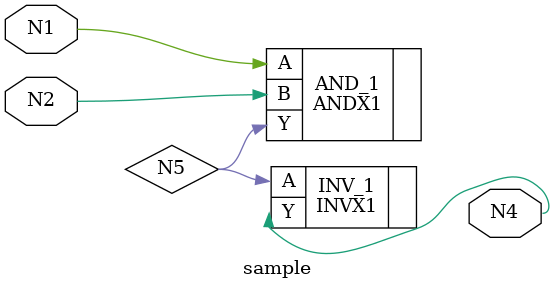
<source format=v>
module sample(N1, N2, N4);

input N1,N2;
output N4;
wire N5;

ANDX1 AND_1 (.Y(N5),.A(N1),.B(N2));
INVX1 INV_1 (.Y(N4),.A(N5));

endmodule
</source>
